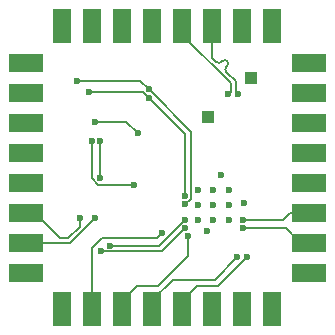
<source format=gbl>
G04 #@! TF.GenerationSoftware,KiCad,Pcbnew,(6.0.5)*
G04 #@! TF.CreationDate,2022-08-03T23:35:42+05:30*
G04 #@! TF.ProjectId,picofusion,7069636f-6675-4736-996f-6e2e6b696361,rev?*
G04 #@! TF.SameCoordinates,Original*
G04 #@! TF.FileFunction,Copper,L4,Bot*
G04 #@! TF.FilePolarity,Positive*
%FSLAX46Y46*%
G04 Gerber Fmt 4.6, Leading zero omitted, Abs format (unit mm)*
G04 Created by KiCad (PCBNEW (6.0.5)) date 2022-08-03 23:35:42*
%MOMM*%
%LPD*%
G01*
G04 APERTURE LIST*
G04 #@! TA.AperFunction,ComponentPad*
%ADD10C,1.350000*%
G04 #@! TD*
G04 #@! TA.AperFunction,SMDPad,CuDef*
%ADD11R,1.600000X3.000000*%
G04 #@! TD*
G04 #@! TA.AperFunction,ComponentPad*
%ADD12O,1.350000X1.350000*%
G04 #@! TD*
G04 #@! TA.AperFunction,SMDPad,CuDef*
%ADD13R,3.000000X1.600000*%
G04 #@! TD*
G04 #@! TA.AperFunction,ComponentPad*
%ADD14C,0.600000*%
G04 #@! TD*
G04 #@! TA.AperFunction,SMDPad,CuDef*
%ADD15R,1.000000X1.000000*%
G04 #@! TD*
G04 #@! TA.AperFunction,ViaPad*
%ADD16C,0.600000*%
G04 #@! TD*
G04 #@! TA.AperFunction,Conductor*
%ADD17C,0.150000*%
G04 #@! TD*
G04 APERTURE END LIST*
D10*
G04 #@! TO.P,J4,1,Pin_1*
G04 #@! TO.N,+5V*
X151110000Y-52750000D03*
D11*
X151110000Y-52000000D03*
D10*
X151110000Y-51250000D03*
D11*
G04 #@! TO.P,J4,2,Pin_2*
G04 #@! TO.N,/IMU_HEATER*
X153650000Y-52000000D03*
D12*
X153650000Y-52750000D03*
X153650000Y-51250000D03*
G04 #@! TO.P,J4,3,Pin_3*
G04 #@! TO.N,/BUZZER*
X156190000Y-51226000D03*
X156190000Y-52726000D03*
D11*
X156190000Y-51976000D03*
D12*
G04 #@! TO.P,J4,4,Pin_4*
G04 #@! TO.N,/UART0_TX_TELEM*
X158730000Y-51250000D03*
X158730000Y-52750000D03*
D11*
X158730000Y-52000000D03*
D12*
G04 #@! TO.P,J4,5,Pin_5*
G04 #@! TO.N,/UART0_RX_TELEM*
X161270000Y-51250000D03*
D11*
X161270000Y-52000000D03*
D12*
X161270000Y-52750000D03*
D11*
G04 #@! TO.P,J4,6,Pin_6*
G04 #@! TO.N,/UART0_CTS_TELEM*
X163810000Y-52000000D03*
D12*
X163810000Y-51250000D03*
X163810000Y-52750000D03*
G04 #@! TO.P,J4,7,Pin_7*
G04 #@! TO.N,/UART0_RTS_TELEM*
X166350000Y-52750000D03*
D11*
X166350000Y-52000000D03*
D12*
X166350000Y-51250000D03*
G04 #@! TO.P,J4,8,Pin_8*
G04 #@! TO.N,GND*
X168890000Y-52750000D03*
X168890000Y-51250000D03*
D11*
X168890000Y-52000000D03*
G04 #@! TD*
D10*
G04 #@! TO.P,J2,1,Pin_1*
G04 #@! TO.N,/SPI1_POCI_SD*
X171250000Y-31110000D03*
X172750000Y-31110000D03*
D13*
X172000000Y-31110000D03*
G04 #@! TO.P,J2,2,Pin_2*
G04 #@! TO.N,/SPI1_nCS_SD*
X172000000Y-33650000D03*
D12*
X172750000Y-33650000D03*
X171250000Y-33650000D03*
G04 #@! TO.P,J2,3,Pin_3*
G04 #@! TO.N,/SPI1_SCK_SD*
X172774000Y-36190000D03*
X171274000Y-36190000D03*
D13*
X172024000Y-36190000D03*
D12*
G04 #@! TO.P,J2,4,Pin_4*
G04 #@! TO.N,/SPI1_PICO_SD*
X172750000Y-38730000D03*
X171250000Y-38730000D03*
D13*
X172000000Y-38730000D03*
D12*
G04 #@! TO.P,J2,5,Pin_5*
G04 #@! TO.N,/SD_nCD*
X172750000Y-41270000D03*
X171250000Y-41270000D03*
D13*
X172000000Y-41270000D03*
D12*
G04 #@! TO.P,J2,6,Pin_6*
G04 #@! TO.N,/UART1_RX_GNSS*
X172750000Y-43810000D03*
D13*
X172000000Y-43810000D03*
D12*
X171250000Y-43810000D03*
D13*
G04 #@! TO.P,J2,7,Pin_7*
G04 #@! TO.N,/UART1_TX_GNSS*
X172000000Y-46350000D03*
D12*
X172750000Y-46350000D03*
X171250000Y-46350000D03*
D13*
G04 #@! TO.P,J2,8,Pin_8*
G04 #@! TO.N,GND*
X172000000Y-48890000D03*
D12*
X172750000Y-48890000D03*
X171250000Y-48890000D03*
G04 #@! TD*
D13*
G04 #@! TO.P,J3,1,Pin_1*
G04 #@! TO.N,unconnected-(J3-Pad1)*
X148000000Y-31110000D03*
D10*
X147250000Y-31110000D03*
X148750000Y-31110000D03*
D12*
G04 #@! TO.P,J3,2,Pin_2*
G04 #@! TO.N,unconnected-(J3-Pad2)*
X147250000Y-33650000D03*
D13*
X148000000Y-33650000D03*
D12*
X148750000Y-33650000D03*
G04 #@! TO.P,J3,3,Pin_3*
G04 #@! TO.N,unconnected-(J3-Pad3)*
X148774000Y-36190000D03*
X147274000Y-36190000D03*
D13*
X148024000Y-36190000D03*
D12*
G04 #@! TO.P,J3,4,Pin_4*
G04 #@! TO.N,GND*
X147250000Y-38730000D03*
X148750000Y-38730000D03*
D13*
X148000000Y-38730000D03*
G04 #@! TO.P,J3,5,Pin_5*
G04 #@! TO.N,+3V3*
X148000000Y-41270000D03*
D12*
X148750000Y-41270000D03*
X147250000Y-41270000D03*
D13*
G04 #@! TO.P,J3,6,Pin_6*
G04 #@! TO.N,/CAN_P*
X148000000Y-43810000D03*
D12*
X148750000Y-43810000D03*
X147250000Y-43810000D03*
G04 #@! TO.P,J3,7,Pin_7*
G04 #@! TO.N,/CAN_N*
X147250000Y-46350000D03*
X148750000Y-46350000D03*
D13*
X148000000Y-46350000D03*
G04 #@! TO.P,J3,8,Pin_8*
G04 #@! TO.N,GND*
X148000000Y-48890000D03*
D12*
X147250000Y-48890000D03*
X148750000Y-48890000D03*
G04 #@! TD*
D10*
G04 #@! TO.P,J1,1,Pin_1*
G04 #@! TO.N,/SWCLK*
X151110000Y-27250000D03*
X151110000Y-28750000D03*
D11*
X151110000Y-28000000D03*
D12*
G04 #@! TO.P,J1,2,Pin_2*
G04 #@! TO.N,/SWDIO*
X153650000Y-28750000D03*
D11*
X153650000Y-28000000D03*
D12*
X153650000Y-27250000D03*
G04 #@! TO.P,J1,3,Pin_3*
G04 #@! TO.N,/RUN*
X156190000Y-27226000D03*
D11*
X156190000Y-27976000D03*
D12*
X156190000Y-28726000D03*
G04 #@! TO.P,J1,4,Pin_4*
G04 #@! TO.N,GND*
X158730000Y-27250000D03*
X158730000Y-28750000D03*
D11*
X158730000Y-28000000D03*
G04 #@! TO.P,J1,5,Pin_5*
G04 #@! TO.N,/USB_DP*
X161270000Y-28000000D03*
D12*
X161270000Y-27250000D03*
X161270000Y-28750000D03*
G04 #@! TO.P,J1,6,Pin_6*
G04 #@! TO.N,/USB_DN*
X163810000Y-28750000D03*
X163810000Y-27250000D03*
D11*
X163810000Y-28000000D03*
G04 #@! TO.P,J1,7,Pin_7*
G04 #@! TO.N,+5V*
X166350000Y-28000000D03*
D12*
X166350000Y-28750000D03*
X166350000Y-27250000D03*
G04 #@! TO.P,J1,8,Pin_8*
G04 #@! TO.N,GND*
X168890000Y-27250000D03*
D11*
X168890000Y-28000000D03*
D12*
X168890000Y-28750000D03*
G04 #@! TD*
D14*
G04 #@! TO.P,U2,57,GND*
G04 #@! TO.N,GND*
X162625000Y-44437500D03*
X165175000Y-44437500D03*
X162625000Y-41887500D03*
X162625000Y-43162500D03*
X163900000Y-43162500D03*
X165175000Y-41887500D03*
X163900000Y-41887500D03*
X163900000Y-44437500D03*
X165175000Y-43162500D03*
G04 #@! TD*
D15*
G04 #@! TO.P,TP1,1,1*
G04 #@! TO.N,/QSPI_SCLK*
X163400000Y-35700000D03*
G04 #@! TD*
G04 #@! TO.P,3V3,1,1*
G04 #@! TO.N,+3V3*
X167100000Y-32400000D03*
G04 #@! TD*
D16*
G04 #@! TO.N,+1V1*
X164500000Y-40589000D03*
X163370400Y-45380400D03*
G04 #@! TO.N,/SPI0_POCI*
X157500000Y-37066500D03*
X153898705Y-36107122D03*
G04 #@! TO.N,/UART0_TX_TELEM*
X165900000Y-47600000D03*
G04 #@! TO.N,/UART0_RX_TELEM*
X166700000Y-47600000D03*
G04 #@! TO.N,/UART1_TX_GNSS*
X166400000Y-45126503D03*
G04 #@! TO.N,/UART1_RX_GNSS*
X166400000Y-44400000D03*
G04 #@! TO.N,/USB_DP*
X165163750Y-33801333D03*
G04 #@! TO.N,/USB_DN*
X166013750Y-33801333D03*
G04 #@! TO.N,/IMU_HEATER*
X159550954Y-45556081D03*
G04 #@! TO.N,/SPI0_SCK*
X154300000Y-37750000D03*
X154300000Y-40900000D03*
G04 #@! TO.N,/I2C0_SDA*
X153400000Y-33600000D03*
X161500000Y-42400000D03*
X158400000Y-34076503D03*
G04 #@! TO.N,/I2C0_SCL*
X152350000Y-32650000D03*
X158400000Y-33350000D03*
X161500000Y-43126503D03*
G04 #@! TO.N,/BUZZER*
X161700000Y-45825699D03*
G04 #@! TO.N,/PIO0_CAN_TX*
X161500000Y-45129509D03*
X154398000Y-47102000D03*
G04 #@! TO.N,/PIO0_CAN_RX*
X155100000Y-46600000D03*
X161500000Y-44403006D03*
G04 #@! TO.N,/SPI0_PICO*
X153573513Y-37754758D03*
X157145385Y-41454615D03*
G04 #@! TO.N,/CAN_N*
X153835000Y-44300000D03*
G04 #@! TO.N,/CAN_P*
X152565000Y-44300000D03*
G04 #@! TO.N,/SPI1_POCI_SD*
X166500000Y-42962500D03*
G04 #@! TD*
D17*
G04 #@! TO.N,/SPI0_POCI*
X157466500Y-37066500D02*
X156507122Y-36107122D01*
X156507122Y-36107122D02*
X153898705Y-36107122D01*
X157500000Y-37066500D02*
X157466500Y-37066500D01*
G04 #@! TO.N,/UART0_TX_TELEM*
X164000000Y-49500000D02*
X160480000Y-49500000D01*
X165900000Y-47600000D02*
X164000000Y-49500000D01*
X160480000Y-49500000D02*
X158730000Y-51250000D01*
G04 #@! TO.N,/UART0_RX_TELEM*
X164300000Y-50000000D02*
X162520000Y-50000000D01*
X162520000Y-50000000D02*
X161270000Y-51250000D01*
X166700000Y-47600000D02*
X164300000Y-50000000D01*
G04 #@! TO.N,/UART1_TX_GNSS*
X166400000Y-45126503D02*
X170026503Y-45126503D01*
X170026503Y-45126503D02*
X171250000Y-46350000D01*
G04 #@! TO.N,/UART1_RX_GNSS*
X171250000Y-43810000D02*
X170340000Y-43810000D01*
X170340000Y-43810000D02*
X169750000Y-44400000D01*
X169750000Y-44400000D02*
X166400000Y-44400000D01*
G04 #@! TO.N,/USB_DP*
X165163750Y-33801333D02*
X165388750Y-33576333D01*
X165388750Y-33576333D02*
X165388750Y-32868750D01*
X165388750Y-32868750D02*
X161270000Y-28750000D01*
G04 #@! TO.N,/USB_DN*
X165788750Y-32703064D02*
X165788750Y-33576333D01*
X165062590Y-31410203D02*
X164991370Y-31481420D01*
X163810000Y-30724314D02*
X164142843Y-31057157D01*
X165788750Y-33576333D02*
X166013750Y-33801333D01*
X163810000Y-28750000D02*
X163810000Y-30724314D01*
X164991370Y-31905684D02*
X164991371Y-31905685D01*
X164567108Y-31057156D02*
X164567107Y-31057157D01*
X164991371Y-31905685D02*
X165788750Y-32703064D01*
X164567107Y-31057157D02*
X164638326Y-30985939D01*
X165062589Y-31410204D02*
X165062590Y-31410203D01*
X164567133Y-31057181D02*
G75*
G02*
X164142843Y-31057157I-212133J212181D01*
G01*
X164991322Y-31905732D02*
G75*
G02*
X164991370Y-31481420I212178J212132D01*
G01*
X165062589Y-30985940D02*
G75*
G03*
X164638327Y-30985940I-212131J-212131D01*
G01*
X165062617Y-31410232D02*
G75*
G03*
X165062589Y-30985940I-212117J212132D01*
G01*
G04 #@! TO.N,/IMU_HEATER*
X159107035Y-46000000D02*
X154500000Y-46000000D01*
X154500000Y-46000000D02*
X153650000Y-46850000D01*
X159550954Y-45556081D02*
X159107035Y-46000000D01*
X153650000Y-46850000D02*
X153650000Y-51250000D01*
G04 #@! TO.N,/SPI0_SCK*
X154300000Y-40900000D02*
X154300000Y-37750000D01*
G04 #@! TO.N,/I2C0_SDA*
X161500000Y-37176503D02*
X158400000Y-34076503D01*
X161500000Y-42400000D02*
X161500000Y-37176503D01*
X157923497Y-33600000D02*
X153400000Y-33600000D01*
X158400000Y-34076503D02*
X157923497Y-33600000D01*
G04 #@! TO.N,/I2C0_SCL*
X157700000Y-32650000D02*
X158400000Y-33350000D01*
X162000000Y-42190064D02*
X162000000Y-36950000D01*
X152350000Y-32650000D02*
X157700000Y-32650000D01*
X162000000Y-36950000D02*
X158400000Y-33350000D01*
X162002000Y-42624503D02*
X162002000Y-42192064D01*
X161500000Y-43126503D02*
X162002000Y-42624503D01*
X162002000Y-42192064D02*
X162000000Y-42190064D01*
G04 #@! TO.N,/BUZZER*
X157416000Y-50000000D02*
X156190000Y-51226000D01*
X161700000Y-47500000D02*
X159200000Y-50000000D01*
X161700000Y-45825699D02*
X161700000Y-47500000D01*
X159200000Y-50000000D02*
X157416000Y-50000000D01*
G04 #@! TO.N,/PIO0_CAN_TX*
X161500000Y-45139755D02*
X161500000Y-45129509D01*
X159537755Y-47102000D02*
X161500000Y-45139755D01*
X154398000Y-47102000D02*
X159537755Y-47102000D01*
G04 #@! TO.N,/PIO0_CAN_RX*
X159303006Y-46600000D02*
X161500000Y-44403006D01*
X155100000Y-46600000D02*
X159303006Y-46600000D01*
G04 #@! TO.N,/SPI0_PICO*
X154144679Y-41454615D02*
X153573513Y-40883449D01*
X153573513Y-37754758D02*
X153575000Y-37756245D01*
X153573513Y-40883449D02*
X153573513Y-37754758D01*
X157145385Y-41454615D02*
X154144679Y-41454615D01*
G04 #@! TO.N,/CAN_N*
X151785000Y-46350000D02*
X148750000Y-46350000D01*
X153835000Y-44300000D02*
X151785000Y-46350000D01*
G04 #@! TO.N,/CAN_P*
X150890000Y-45950000D02*
X148750000Y-43810000D01*
X152565000Y-44300000D02*
X152565000Y-45004314D01*
X152565000Y-45004314D02*
X151619314Y-45950000D01*
X151619314Y-45950000D02*
X150890000Y-45950000D01*
G04 #@! TD*
M02*

</source>
